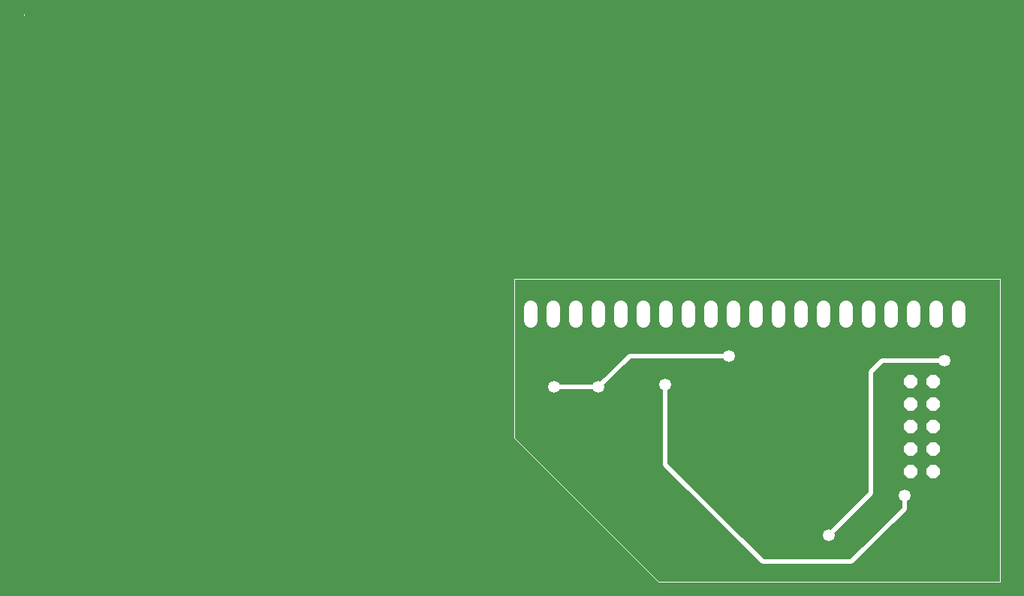
<source format=gbr>
G04 EAGLE Gerber RS-274X export*
G75*
%MOMM*%
%FSLAX34Y34*%
%LPD*%
%INBottom Copper*%
%IPNEG*%
%AMOC8*
5,1,8,0,0,1.08239X$1,22.5*%
G01*
%ADD10C,0.000000*%
%ADD11C,1.524000*%
%ADD12P,1.649562X8X112.500000*%
%ADD13C,1.350000*%
%ADD14C,0.508000*%


D10*
X-1100000Y640000D02*
X-1100000Y641350D01*
X0Y342500D02*
X0Y0D01*
X-385000Y0D01*
X-547500Y342500D02*
X0Y342500D01*
X-385000Y0D02*
X-547500Y162500D01*
X-547500Y342500D01*
D11*
X-528800Y310120D02*
X-528800Y294880D01*
X-503400Y294880D02*
X-503400Y310120D01*
X-478000Y310120D02*
X-478000Y294880D01*
X-452600Y294880D02*
X-452600Y310120D01*
X-427200Y310120D02*
X-427200Y294880D01*
X-401800Y294880D02*
X-401800Y310120D01*
X-376400Y310120D02*
X-376400Y294880D01*
X-351000Y294880D02*
X-351000Y310120D01*
X-325600Y310120D02*
X-325600Y294880D01*
X-300200Y294880D02*
X-300200Y310120D01*
X-274800Y310120D02*
X-274800Y294880D01*
X-249400Y294880D02*
X-249400Y310120D01*
X-224000Y310120D02*
X-224000Y294880D01*
X-198600Y294880D02*
X-198600Y310120D01*
X-173200Y310120D02*
X-173200Y294880D01*
X-147800Y294880D02*
X-147800Y310120D01*
X-122400Y310120D02*
X-122400Y294880D01*
X-97000Y294880D02*
X-97000Y310120D01*
X-71600Y310120D02*
X-71600Y294880D01*
X-46200Y294880D02*
X-46200Y310120D01*
D12*
X-100200Y124200D03*
X-74800Y124200D03*
X-100200Y149600D03*
X-74800Y149600D03*
X-100200Y175000D03*
X-74800Y175000D03*
X-100200Y200400D03*
X-74800Y200400D03*
X-100200Y225800D03*
X-74800Y225800D03*
D13*
X-305000Y255000D03*
D14*
X-417500Y255000D01*
X-452500Y220000D01*
D13*
X-452500Y220000D03*
X-502500Y220000D03*
D14*
X-452500Y220000D01*
D13*
X-107500Y97500D03*
D14*
X-107500Y82500D01*
X-167500Y22500D01*
X-267500Y22500D01*
X-377500Y132500D01*
X-377500Y222500D01*
D13*
X-377500Y222500D03*
X-192500Y52500D03*
D14*
X-145000Y100000D01*
X-145000Y237500D01*
X-132500Y250000D01*
X-62500Y250000D01*
D13*
X-62500Y250000D03*
M02*

</source>
